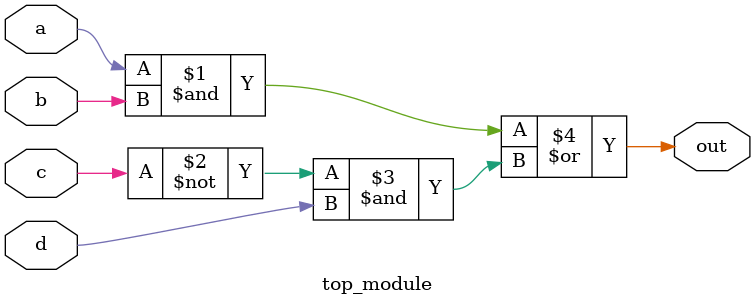
<source format=sv>
module top_module (
	input a, 
	input b,
	input c,
	input d,
	output out
);

// Implementing the circuit using the Karnaugh map

assign out = (a & b) | (~c & d);  // Karnaugh map entries

endmodule

</source>
